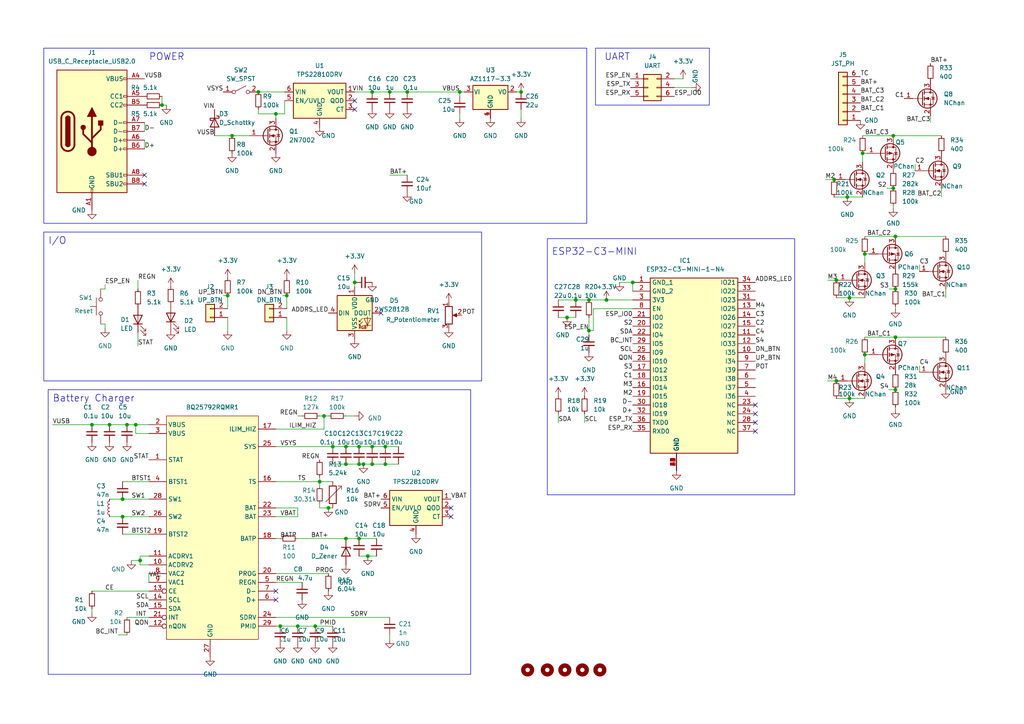
<source format=kicad_sch>
(kicad_sch (version 20230121) (generator eeschema)
  (paper "A4")
  (junction (at 46.99 30.48))
  (junction (at 86.36 181.61))
  (junction (at 83.185 85.725))
  (junction (at 259.715 113.03))
  (junction (at 246.38 86.36))
  (junction (at 31.75 123.19))
  (junction (at 81.28 181.61))
  (junction (at 39.37 123.19))
  (junction (at 40.64 162.56))
  (junction (at 259.715 83.82))
  (junction (at 100.33 129.54))
  (junction (at 183.515 81.915))
  (junction (at 170.815 86.995))
  (junction (at 35.56 149.86))
  (junction (at 250.825 73.66))
  (junction (at 100.33 156.21))
  (junction (at 92.71 139.7))
  (junction (at 95.25 147.32))
  (junction (at 111.76 129.54))
  (junction (at 164.465 92.075))
  (junction (at 111.76 134.62))
  (junction (at 35.56 144.78))
  (junction (at 118.11 26.67))
  (junction (at 105.41 134.62))
  (junction (at 175.895 86.995))
  (junction (at 242.57 81.28))
  (junction (at 242.57 110.49))
  (junction (at 241.935 52.07))
  (junction (at 151.13 26.67))
  (junction (at 106.68 161.29))
  (junction (at 74.93 26.67))
  (junction (at 246.38 115.57))
  (junction (at 91.44 181.61))
  (junction (at 170.815 95.885))
  (junction (at 250.825 102.87))
  (junction (at 102.87 81.915))
  (junction (at 167.005 86.995))
  (junction (at 259.08 39.37))
  (junction (at 66.04 85.725))
  (junction (at 26.67 123.19))
  (junction (at 104.14 156.21))
  (junction (at 36.83 123.19))
  (junction (at 113.03 26.67))
  (junction (at 259.715 68.58))
  (junction (at 245.745 57.15))
  (junction (at 107.95 129.54))
  (junction (at 259.715 97.79))
  (junction (at 250.19 44.45))
  (junction (at 104.14 134.62))
  (junction (at 67.31 39.37))
  (junction (at 133.35 26.67))
  (junction (at 96.52 129.54))
  (junction (at 100.33 134.62))
  (junction (at 80.01 33.02))
  (junction (at 259.08 54.61))
  (junction (at 107.95 26.67))
  (junction (at 93.98 120.65))
  (junction (at 107.95 134.62))
  (junction (at 104.14 129.54))
  (no_connect (at 102.87 29.21))
  (no_connect (at 219.075 122.555))
  (no_connect (at 41.91 53.34))
  (no_connect (at 219.075 120.015))
  (no_connect (at 219.075 125.095))
  (no_connect (at 41.91 50.8))
  (no_connect (at 80.01 171.45))
  (no_connect (at 110.49 90.805))
  (no_connect (at 219.075 117.475))
  (no_connect (at 130.81 147.32))
  (no_connect (at 130.81 149.86))
  (no_connect (at 102.87 31.75))
  (no_connect (at 80.01 173.99))
  (wire (pts (xy 100.33 120.65) (xy 102.87 120.65)))
  (wire (pts (xy 107.95 129.54) (xy 111.76 129.54)))
  (wire (pts (xy 259.715 118.11) (xy 259.715 118.745)))
  (wire (pts (xy 133.35 34.29) (xy 133.35 33.02)))
  (wire (pts (xy 66.04 92.075) (xy 66.04 95.885)))
  (wire (pts (xy 35.56 144.78) (xy 43.18 144.78)))
  (wire (pts (xy 100.33 156.21) (xy 104.14 156.21)))
  (wire (pts (xy 269.875 35.56) (xy 269.875 33.655)))
  (wire (pts (xy 35.56 154.94) (xy 43.18 154.94)))
  (wire (pts (xy 167.005 86.995) (xy 170.815 86.995)))
  (wire (pts (xy 250.825 73.66) (xy 250.825 76.2)))
  (wire (pts (xy 26.67 171.45) (xy 43.18 171.45)))
  (wire (pts (xy 86.36 181.61) (xy 91.44 181.61)))
  (wire (pts (xy 102.87 81.915) (xy 102.87 83.185)))
  (wire (pts (xy 151.13 26.67) (xy 149.86 26.67)))
  (wire (pts (xy 172.085 95.885) (xy 172.085 89.535)))
  (wire (pts (xy 80.01 147.32) (xy 86.36 147.32)))
  (wire (pts (xy 118.11 26.67) (xy 133.35 26.67)))
  (wire (pts (xy 30.48 82.55) (xy 30.48 83.82)))
  (wire (pts (xy 259.715 97.79) (xy 274.32 97.79)))
  (wire (pts (xy 83.185 85.725) (xy 83.185 89.535)))
  (wire (pts (xy 257.81 83.82) (xy 259.715 83.82)))
  (wire (pts (xy 40.005 100.33) (xy 40.005 96.52)))
  (wire (pts (xy 133.35 26.67) (xy 134.62 26.67)))
  (wire (pts (xy 161.925 92.075) (xy 164.465 92.075)))
  (wire (pts (xy 81.28 181.61) (xy 86.36 181.61)))
  (wire (pts (xy 80.01 179.07) (xy 113.03 179.07)))
  (wire (pts (xy 66.04 85.725) (xy 66.04 89.535)))
  (wire (pts (xy 161.925 86.995) (xy 167.005 86.995)))
  (wire (pts (xy 113.03 50.8) (xy 118.11 50.8)))
  (wire (pts (xy 250.825 73.66) (xy 252.095 73.66)))
  (wire (pts (xy 35.56 139.7) (xy 43.18 139.7)))
  (wire (pts (xy 86.36 147.32) (xy 86.36 149.86)))
  (wire (pts (xy 242.57 86.36) (xy 246.38 86.36)))
  (wire (pts (xy 93.98 124.46) (xy 93.98 120.65)))
  (wire (pts (xy 62.23 39.37) (xy 67.31 39.37)))
  (wire (pts (xy 92.71 146.05) (xy 92.71 147.32)))
  (wire (pts (xy 46.99 27.94) (xy 46.99 30.48)))
  (wire (pts (xy 266.7 106.045) (xy 266.7 107.95)))
  (wire (pts (xy 43.18 163.83) (xy 40.64 163.83)))
  (wire (pts (xy 241.935 52.07) (xy 242.57 52.07)))
  (wire (pts (xy 257.81 113.03) (xy 259.715 113.03)))
  (wire (pts (xy 133.35 27.94) (xy 133.35 26.67)))
  (wire (pts (xy 183.515 86.995) (xy 175.895 86.995)))
  (wire (pts (xy 40.64 162.56) (xy 40.64 161.29)))
  (wire (pts (xy 250.825 102.87) (xy 250.825 105.41)))
  (wire (pts (xy 39.37 125.73) (xy 39.37 123.19)))
  (wire (pts (xy 273.05 57.15) (xy 273.05 54.61)))
  (wire (pts (xy 183.515 81.915) (xy 183.515 84.455)))
  (wire (pts (xy 250.19 39.37) (xy 259.08 39.37)))
  (wire (pts (xy 74.93 31.75) (xy 74.93 33.02)))
  (wire (pts (xy 30.48 93.98) (xy 30.48 95.25)))
  (wire (pts (xy 80.01 139.7) (xy 92.71 139.7)))
  (wire (pts (xy 257.175 54.61) (xy 259.08 54.61)))
  (wire (pts (xy 179.705 81.915) (xy 183.515 81.915)))
  (wire (pts (xy 35.56 149.86) (xy 31.75 149.86)))
  (wire (pts (xy 80.01 181.61) (xy 81.28 181.61)))
  (wire (pts (xy 239.395 52.07) (xy 241.935 52.07)))
  (wire (pts (xy 240.03 110.49) (xy 242.57 110.49)))
  (wire (pts (xy 246.38 86.36) (xy 250.825 86.36)))
  (wire (pts (xy 100.33 129.54) (xy 104.14 129.54)))
  (wire (pts (xy 34.29 184.15) (xy 36.83 184.15)))
  (wire (pts (xy 81.915 85.725) (xy 83.185 85.725)))
  (wire (pts (xy 41.91 40.64) (xy 41.91 43.18)))
  (wire (pts (xy 240.03 81.28) (xy 242.57 81.28)))
  (wire (pts (xy 43.18 166.37) (xy 43.18 168.91)))
  (wire (pts (xy 96.52 129.54) (xy 100.33 129.54)))
  (wire (pts (xy 195.58 22.86) (xy 198.12 22.86)))
  (wire (pts (xy 48.26 30.48) (xy 46.99 30.48)))
  (wire (pts (xy 92.71 139.7) (xy 96.52 139.7)))
  (wire (pts (xy 250.19 44.45) (xy 250.19 46.99)))
  (wire (pts (xy 250.825 68.58) (xy 259.715 68.58)))
  (wire (pts (xy 15.24 123.19) (xy 26.67 123.19)))
  (wire (pts (xy 38.1 162.56) (xy 40.64 162.56)))
  (wire (pts (xy 169.545 122.555) (xy 169.545 120.015)))
  (wire (pts (xy 80.01 168.91) (xy 87.63 168.91)))
  (wire (pts (xy 259.715 68.58) (xy 274.32 68.58)))
  (wire (pts (xy 43.18 125.73) (xy 39.37 125.73)))
  (wire (pts (xy 80.01 149.86) (xy 86.36 149.86)))
  (wire (pts (xy 29.21 83.82) (xy 30.48 83.82)))
  (wire (pts (xy 259.715 88.9) (xy 259.715 89.535)))
  (wire (pts (xy 92.71 139.7) (xy 92.71 140.97)))
  (wire (pts (xy 80.01 33.02) (xy 80.01 34.29)))
  (wire (pts (xy 36.83 123.19) (xy 39.37 123.19)))
  (wire (pts (xy 26.67 123.19) (xy 31.75 123.19)))
  (wire (pts (xy 266.7 76.835) (xy 266.7 78.74)))
  (wire (pts (xy 265.43 47.625) (xy 265.43 49.53)))
  (wire (pts (xy 26.67 177.8) (xy 26.67 176.53)))
  (wire (pts (xy 31.75 144.78) (xy 35.56 144.78)))
  (wire (pts (xy 92.71 120.65) (xy 93.98 120.65)))
  (wire (pts (xy 36.83 179.07) (xy 43.18 179.07)))
  (wire (pts (xy 102.87 26.67) (xy 107.95 26.67)))
  (wire (pts (xy 107.95 134.62) (xy 111.76 134.62)))
  (wire (pts (xy 104.14 156.21) (xy 109.22 156.21)))
  (wire (pts (xy 170.815 95.885) (xy 172.085 95.885)))
  (wire (pts (xy 67.31 39.37) (xy 72.39 39.37)))
  (wire (pts (xy 64.77 85.725) (xy 66.04 85.725)))
  (wire (pts (xy 259.08 39.37) (xy 273.05 39.37)))
  (wire (pts (xy 83.185 92.075) (xy 83.185 95.885)))
  (wire (pts (xy 92.71 138.43) (xy 92.71 139.7)))
  (wire (pts (xy 113.03 185.42) (xy 113.03 184.15)))
  (wire (pts (xy 242.57 115.57) (xy 246.38 115.57)))
  (wire (pts (xy 80.01 129.54) (xy 96.52 129.54)))
  (wire (pts (xy 175.895 86.995) (xy 170.815 86.995)))
  (wire (pts (xy 106.68 161.29) (xy 109.22 161.29)))
  (wire (pts (xy 242.57 81.28) (xy 243.205 81.28)))
  (wire (pts (xy 104.14 129.54) (xy 107.95 129.54)))
  (wire (pts (xy 172.085 89.535) (xy 183.515 89.535)))
  (wire (pts (xy 40.64 162.56) (xy 40.64 163.83)))
  (wire (pts (xy 39.37 123.19) (xy 43.18 123.19)))
  (wire (pts (xy 86.36 156.21) (xy 100.33 156.21)))
  (wire (pts (xy 82.55 29.21) (xy 82.55 33.02)))
  (wire (pts (xy 111.76 129.54) (xy 115.57 129.54)))
  (wire (pts (xy 164.465 92.075) (xy 167.005 92.075)))
  (wire (pts (xy 41.91 35.56) (xy 41.91 38.1)))
  (wire (pts (xy 245.745 57.15) (xy 250.19 57.15)))
  (wire (pts (xy 170.815 92.075) (xy 170.815 95.885)))
  (wire (pts (xy 100.33 134.62) (xy 104.14 134.62)))
  (wire (pts (xy 74.93 26.67) (xy 82.55 26.67)))
  (wire (pts (xy 95.25 147.32) (xy 96.52 147.32)))
  (wire (pts (xy 195.58 25.4) (xy 200.66 25.4)))
  (wire (pts (xy 105.41 134.62) (xy 107.95 134.62)))
  (wire (pts (xy 113.03 26.67) (xy 118.11 26.67)))
  (wire (pts (xy 91.44 181.61) (xy 96.52 181.61)))
  (wire (pts (xy 31.75 123.19) (xy 36.83 123.19)))
  (wire (pts (xy 40.005 83.82) (xy 40.005 81.28)))
  (wire (pts (xy 35.56 149.86) (xy 43.18 149.86)))
  (wire (pts (xy 170.815 95.885) (xy 170.815 97.155)))
  (wire (pts (xy 241.935 57.15) (xy 245.745 57.15)))
  (wire (pts (xy 93.98 120.65) (xy 95.25 120.65)))
  (wire (pts (xy 96.52 134.62) (xy 100.33 134.62)))
  (wire (pts (xy 250.825 102.87) (xy 252.095 102.87)))
  (wire (pts (xy 242.57 110.49) (xy 243.205 110.49)))
  (wire (pts (xy 250.19 44.45) (xy 251.46 44.45)))
  (wire (pts (xy 29.21 93.98) (xy 30.48 93.98)))
  (wire (pts (xy 80.01 166.37) (xy 95.25 166.37)))
  (wire (pts (xy 92.71 147.32) (xy 95.25 147.32)))
  (wire (pts (xy 151.13 34.29) (xy 151.13 31.75)))
  (wire (pts (xy 246.38 115.57) (xy 250.825 115.57)))
  (wire (pts (xy 111.76 134.62) (xy 115.57 134.62)))
  (wire (pts (xy 82.55 33.02) (xy 80.01 33.02)))
  (wire (pts (xy 104.14 161.29) (xy 106.68 161.29)))
  (wire (pts (xy 81.28 156.21) (xy 80.01 156.21)))
  (wire (pts (xy 80.01 124.46) (xy 93.98 124.46)))
  (wire (pts (xy 274.32 86.36) (xy 274.32 83.82)))
  (wire (pts (xy 74.93 33.02) (xy 80.01 33.02)))
  (wire (pts (xy 107.95 26.67) (xy 113.03 26.67)))
  (wire (pts (xy 259.08 59.69) (xy 259.08 60.325)))
  (wire (pts (xy 102.87 79.375) (xy 102.87 81.915)))
  (wire (pts (xy 104.14 134.62) (xy 105.41 134.62)))
  (wire (pts (xy 40.64 161.29) (xy 43.18 161.29)))
  (wire (pts (xy 250.825 97.79) (xy 259.715 97.79)))
  (wire (pts (xy 86.36 120.65) (xy 87.63 120.65)))
  (wire (pts (xy 161.925 122.555) (xy 161.925 120.015)))
  (rectangle (start 12.7 67.31) (end 139.7 110.49))
  (rectangle (start 12.7 13.97) (end 170.18 64.77))
  (rectangle (start 158.75 69.215) (end 230.505 143.51))
  (rectangle (start 172.72 13.97) (end 205.74 30.48))
  (rectangle (start 13.97 113.03) (end 136.525 195.58))
  (text "Battery Charger\n" (at 15.24 116.84 0) (effects (font (size 2 2)) (justify left bottom)))
  (text "ESP32-C3-MINI\n" (at 160.02 74.295 0) (effects (font (size 2 2)) (justify left bottom)))
  (text "UART\n" (at 175.26 17.78 0) (effects (font (size 2 2)) (justify left bottom)))
  (text "I/O\n" (at 13.97 71.12 0) (effects (font (size 2 2)) (justify left bottom)))
  (text "POWER\n" (at 43.18 17.78 0) (effects (font (size 2 2)) (justify left bottom)))
  (label "ADDRS_LED" (at 95.25 90.805 180))
  (label "S2" (at 257.175 54.61 180))
  (label "ESP_EN" (at 170.815 95.885 180))
  (label "ESP_EN" (at 30.48 82.55 0))
  (label "PMID" (at 92.71 181.61 0))
  (label "BC_INT" (at 34.29 184.15 180))
  (label "S2" (at 183.515 94.615 180))
  (label "ESP_RX" (at 182.88 27.94 180))
  (label "ESP_IO0" (at 183.515 92.075 180))
  (label "SDA" (at 161.925 122.555 0))
  (label "ESP_IO0" (at 195.58 27.94 0))
  (label "BAT+" (at 113.03 50.8 0))
  (label "ESP_EN" (at 182.88 22.86 180))
  (label "D-" (at 41.91 38.1 0))
  (label "BAT_C3" (at 269.875 35.56 180))
  (label "TC" (at 249.555 22.225 0))
  (label "TS" (at 86.36 139.7 0))
  (label "QON" (at 183.515 104.775 180))
  (label "C1" (at 183.515 109.855 180))
  (label "QON" (at 43.18 181.61 180))
  (label "BAT_C2" (at 249.555 29.845 0))
  (label "VBAT" (at 130.81 144.78 0))
  (label "BAT_C1" (at 258.445 97.79 180))
  (label "UP_BTN" (at 219.075 104.775 0))
  (label "SDRV" (at 110.49 147.32 180))
  (label "SCL" (at 169.545 122.555 0))
  (label "BAT_C1" (at 249.555 32.385 0))
  (label "M4" (at 240.03 110.49 0))
  (label "S3" (at 183.515 107.315 180))
  (label "INT" (at 39.37 179.07 0))
  (label "SDA" (at 43.18 176.53 180))
  (label "STAT" (at 43.18 133.35 180))
  (label "D+" (at 183.515 120.015 180))
  (label "VIN" (at 105.41 26.67 180))
  (label "C4" (at 266.7 106.045 0))
  (label "SDA" (at 183.515 97.155 180))
  (label "STAT" (at 40.005 100.33 0))
  (label "ESP_RX" (at 183.515 125.095 180))
  (label "BAT_C3" (at 257.81 39.37 180))
  (label "BAT_C1" (at 274.32 86.36 180))
  (label "D-" (at 183.515 117.475 180))
  (label "M2" (at 239.395 52.07 0))
  (label "M3" (at 183.515 112.395 180))
  (label "VSYS" (at 81.28 129.54 0))
  (label "SDRV" (at 101.6 179.07 0))
  (label "BAT_C2" (at 273.05 57.15 180))
  (label "POT" (at 219.075 107.315 0))
  (label "VBAT" (at 81.28 149.86 0))
  (label "DN_BTN" (at 219.075 102.235 0))
  (label "VUSB" (at 41.91 22.86 0))
  (label "VIN" (at 62.23 31.75 180))
  (label "BATP" (at 81.28 156.21 0))
  (label "BAT+" (at 90.17 156.21 0))
  (label "M4" (at 219.075 89.535 0))
  (label "M2" (at 183.515 114.935 180))
  (label "SCL" (at 43.18 173.99 180))
  (label "SW1" (at 38.1 144.78 0))
  (label "REGN" (at 80.01 168.91 0))
  (label "DN_BTN" (at 81.915 85.725 180))
  (label "C1" (at 262.255 28.575 180))
  (label "UP_BTN" (at 64.77 85.725 180))
  (label "S3" (at 257.81 83.82 180))
  (label "SCL" (at 183.515 102.235 180))
  (label "C3" (at 266.7 76.835 0))
  (label "VSYS" (at 64.77 26.67 180))
  (label "D+" (at 41.91 43.18 0))
  (label "BAT_C2" (at 258.445 68.58 180))
  (label "BAT+" (at 110.49 144.78 180))
  (label "C3" (at 219.075 92.075 0))
  (label "PROG" (at 91.44 166.37 0))
  (label "BAT+" (at 269.875 18.415 0))
  (label "M3" (at 240.03 81.28 0))
  (label "REGN" (at 40.005 81.28 0))
  (label "CE" (at 30.48 171.45 0))
  (label "C2" (at 219.075 94.615 0))
  (label "ESP_TX" (at 183.515 122.555 180))
  (label "BTST1" (at 38.1 139.7 0))
  (label "C2" (at 265.43 47.625 0))
  (label "S4" (at 257.81 113.03 180))
  (label "REGN" (at 86.36 120.65 180))
  (label "VBUS" (at 128.27 26.67 0))
  (label "BAT_C3" (at 249.555 27.305 0))
  (label "SW2" (at 38.1 149.86 0))
  (label "VUSB" (at 62.23 39.37 180))
  (label "VAC" (at 43.18 167.64 0))
  (label "VUSB" (at 15.24 123.19 0))
  (label "ESP_TX" (at 182.88 25.4 180))
  (label "BTST2" (at 38.1 154.94 0))
  (label "S4" (at 219.075 99.695 0))
  (label "BC_INT" (at 183.515 99.695 180))
  (label "ILIM_HIZ" (at 83.82 124.46 0))
  (label "ADDRS_LED" (at 219.075 81.915 0))
  (label "C4" (at 219.075 97.155 0))
  (label "REGN" (at 92.71 133.35 180))
  (label "BAT+" (at 249.555 24.765 0))
  (label "POT" (at 133.985 91.44 0))
  (symbol (lib_id "power:GND") (at 106.68 161.29 0) (unit 1)
    (property "Reference" "#PWR031" (effects hide))
    (property "Value" "GND" (at 106.68 166.37 0))
  )
  (symbol (lib_name "GND_17") (lib_id "power:GND") (at 151.13 34.29 0) (unit 1)
    (property "Reference" "#PWR044" (effects hide))
    (property "Value" "GND" (at 151.13 39.37 0))
  )
  (symbol (lib_id "Device:R_Small") (at 83.82 156.21 90) (unit 1)
    (property "Reference" "R11" (at 83.82 158.75 90))
    (property "Value" "100" (at 83.82 161.29 90))
    (property "Footprint" "Resistor_SMD:R_0402_1005Metric" (effects hide))
  )
  (symbol (lib_id "Connector_Generic:Conn_01x02") (at 78.105 92.075 180) (unit 1)
    (property "Reference" "J3" (at 78.105 83.185 0))
    (property "Value" "DN_BTN" (at 78.105 86.995 0))
    (property "Footprint" "Connector_JST:JST_PH_B2B-PH-K_1x02_P2.00mm_Vertical" (effects hide))
  )
  (symbol (lib_name "GND_18") (lib_id "power:GND") (at 142.24 34.29 0) (unit 1)
    (property "Reference" "#PWR042" (effects hide))
    (property "Value" "GND" (at 142.24 39.37 0))
  )
  (symbol (lib_id "Device:C_Small") (at 133.35 30.48 0) (unit 1)
    (property "Reference" "C25" (at 127 29.21 0) (effects (justify left)))
    (property "Value" "10u" (at 128.27 31.75 0) (effects (justify left)))
    (property "Footprint" "Capacitor_SMD:C_0402_1005Metric" (effects hide))
  )
  (symbol (lib_id "Device:R_Variable") (at 96.52 143.51 0) (unit 1)
    (property "Reference" "R16" (at 100.33 142.24 0) (effects (justify left)))
    (property "Value" "10k" (at 100.33 144.78 0) (effects (justify left)))
    (property "Footprint" "Resistor_SMD:R_0402_1005Metric" (effects hide))
  )
  (symbol (lib_id "Transistor_FET:DMG3418L") (at 247.65 52.07 0) (unit 1)
    (property "Reference" "Q2" (at 254 50.8 0) (effects (justify left)))
    (property "Value" "NChan" (at 250.19 55.88 0) (effects (justify left)))
    (property "Footprint" "Package_TO_SOT_SMD:SOT-23" (effects hide))
    (property "Datasheet" "http://www.diodes.com/assets/Datasheets/DMG3418L.pdf" (effects hide))
  )
  (symbol (lib_id "power:GND") (at 26.67 128.27 0) (unit 1)
    (property "Reference" "#PWR02" (effects hide))
    (property "Value" "GND" (at 26.67 133.35 0))
  )
  (symbol (lib_id "Power_Management:TPS22810DRV") (at 92.71 29.21 0) (unit 1)
    (property "Reference" "U1" (at 92.71 19.05 0))
    (property "Value" "TPS22810DRV" (at 92.71 21.59 0))
    (property "Footprint" "Package_SON:WSON-6-1EP_2x2mm_P0.65mm_EP1x1.6mm" (effects hide))
    (property "Datasheet" "http://www.ti.com/lit/ds/symlink/tps22810.pdf" (effects hide))
  )
  (symbol (lib_id "power:GND") (at 95.25 147.32 0) (unit 1)
    (property "Reference" "#PWR023" (effects hide))
    (property "Value" "GND" (at 99.06 148.59 0))
  )
  (symbol (lib_id "power:GND") (at 49.53 95.885 0) (unit 1)
    (property "Reference" "#PWR010" (effects hide))
    (property "Value" "GND" (at 49.53 100.965 0))
  )
  (symbol (lib_id "power:GND") (at 105.41 134.62 0) (unit 1)
    (property "Reference" "#PWR030" (effects hide))
    (property "Value" "GND" (at 105.41 139.7 0))
  )
  (symbol (lib_id "Device:LED") (at 40.005 92.71 90) (unit 1)
    (property "Reference" "D1" (at 34.925 92.71 90) (effects (justify right)))
    (property "Value" "LED" (at 34.925 95.25 90) (effects (justify right)))
    (property "Footprint" "LED_SMD:LED_0603_1608Metric" (effects hide))
  )
  (symbol (lib_id "Transistor_FET:BSS83P") (at 256.54 44.45 0) (unit 1)
    (property "Reference" "Q5" (at 259.715 41.275 0) (effects (justify left)))
    (property "Value" "PChan" (at 259.08 48.26 0) (effects (justify left)))
    (property "Footprint" "Package_TO_SOT_SMD:SOT-23" (effects hide))
    (property "Datasheet" "http://www.farnell.com/datasheets/1835997.pdf" (effects hide))
  )
  (symbol (lib_id "power:GND") (at 96.52 186.69 0) (unit 1)
    (property "Reference" "#PWR025" (effects hide))
    (property "Value" "GND" (at 96.52 191.77 0))
  )
  (symbol (lib_id "Transistor_FET:DMG3418L") (at 267.335 28.575 0) (unit 1)
    (property "Reference" "Q8" (at 273.685 27.305 0) (effects (justify left)))
    (property "Value" "NChan" (at 273.685 29.845 0) (effects (justify left)))
    (property "Footprint" "Package_TO_SOT_SMD:SOT-23" (effects hide))
    (property "Datasheet" "http://www.diodes.com/assets/Datasheets/DMG3418L.pdf" (effects hide))
  )
  (symbol (lib_name "GND_19") (lib_id "power:GND") (at 100.33 163.83 0) (unit 1)
    (property "Reference" "#PWR026" (effects hide))
    (property "Value" "GND" (at 100.33 168.91 0))
  )
  (symbol (lib_id "power:+3.3V") (at 198.12 22.86 0) (unit 1)
    (property "Reference" "#PWR052" (effects hide))
    (property "Value" "+3.3V" (at 198.12 17.78 0))
  )
  (symbol (lib_id "Device:R_Small") (at 97.79 120.65 90) (unit 1)
    (property "Reference" "R17" (at 97.79 115.57 90))
    (property "Value" "100k" (at 97.79 118.11 90))
    (property "Footprint" "Resistor_SMD:R_0402_1005Metric" (effects hide))
  )
  (symbol (lib_id "power:GND") (at 36.83 128.27 0) (unit 1)
    (property "Reference" "#PWR06" (effects hide))
    (property "Value" "GND" (at 36.83 133.35 0))
  )
  (symbol (lib_id "Device:C_Small") (at 118.11 29.21 0) (unit 1)
    (property "Reference" "C23" (at 116.84 22.86 0) (effects (justify left)))
    (property "Value" "0.1u" (at 116.84 25.4 0) (effects (justify left)))
    (property "Footprint" "Capacitor_SMD:C_0402_1005Metric" (effects hide))
  )
  (symbol (lib_id "power:GND") (at 31.75 128.27 0) (unit 1)
    (property "Reference" "#PWR05" (effects hide))
    (property "Value" "GND" (at 31.75 133.35 0))
  )
  (symbol (lib_id "Device:R_Small") (at 90.17 120.65 270) (unit 1)
    (property "Reference" "R12" (at 90.17 115.57 90))
    (property "Value" "127k" (at 90.17 118.11 90))
    (property "Footprint" "Resistor_SMD:R_0402_1005Metric" (effects hide))
  )
  (symbol (lib_id "power:GND") (at 164.465 92.075 0) (unit 1)
    (property "Reference" "#PWR046" (effects hide))
    (property "Value" "GND" (at 163.195 97.155 0))
  )
  (symbol (lib_id "Device:R_Small") (at 26.67 173.99 180) (unit 1)
    (property "Reference" "R1" (at 21.59 173.99 0) (effects (justify right)))
    (property "Value" "10k" (at 21.59 176.53 0) (effects (justify right)))
    (property "Footprint" "Resistor_SMD:R_0402_1005Metric" (effects hide))
  )
  (symbol (lib_id "Device:R_Small") (at 161.925 117.475 0) (unit 1)
    (property "Reference" "R18" (at 164.465 116.205 0) (effects (justify left)))
    (property "Value" "10k" (at 164.465 118.745 0) (effects (justify left)))
    (property "Footprint" "Capacitor_SMD:C_0402_1005Metric" (effects hide))
  )
  (symbol (lib_id "Device:R_Small") (at 92.71 143.51 0) (unit 1)
    (property "Reference" "R14" (at 87.63 142.24 0) (effects (justify left)))
    (property "Value" "30.31k" (at 85.09 144.78 0) (effects (justify left)))
    (property "Footprint" "Resistor_SMD:R_0402_1005Metric" (effects hide))
  )
  (symbol (lib_id "Device:C_Small") (at 104.14 158.75 0) (unit 1)
    (property "Reference" "C14" (at 102.87 152.4 0) (effects (justify left)))
    (property "Value" "10u" (at 102.87 154.94 0) (effects (justify left)))
    (property "Footprint" "Capacitor_SMD:C_0603_1608Metric" (effects hide))
  )
  (symbol (lib_id "Device:R_Small") (at 40.005 86.36 0) (unit 1)
    (property "Reference" "R3" (at 42.545 85.09 0) (effects (justify left)))
    (property "Value" "5.1k" (at 42.545 87.63 0) (effects (justify left)))
    (property "Footprint" "Capacitor_SMD:C_0402_1005Metric" (effects hide))
  )
  (symbol (lib_id "Device:C_Small") (at 91.44 184.15 0) (unit 1)
    (property "Reference" "C9" (at 91.44 182.88 0) (effects (justify left)))
    (property "Value" "10u" (at 91.44 185.42 0) (effects (justify left)))
    (property "Footprint" "Capacitor_SMD:C_0603_1608Metric" (effects hide))
  )
  (symbol (lib_id "LiPo_Charger_BQ25792RQMR:BQ25792RQMR") (at 60.96 120.65 0) (unit 1)
    (property "Reference" "BQ25792RQMR1" (at 61.595 118.11 0))
    (property "Value" "~" (at 67.31 118.11 0))
    (property "Footprint" "Lipo_Charger:BQ25792" (effects hide))
  )
  (symbol (lib_id "Device:C_Small") (at 26.67 125.73 0) (unit 1)
    (property "Reference" "C1" (at 24.13 118.11 0) (effects (justify left)))
    (property "Value" "0.1u" (at 24.13 120.65 0) (effects (justify left)))
    (property "Footprint" "Capacitor_SMD:C_0402_1005Metric" (effects hide))
  )
  (symbol (lib_id "power:GND") (at 86.36 186.69 0) (unit 1)
    (property "Reference" "#PWR019" (effects hide))
    (property "Value" "GND" (at 86.36 191.77 0))
  )
  (symbol (lib_id "Device:C_Small") (at 35.56 142.24 0) (unit 1)
    (property "Reference" "C3" (at 27.94 140.97 0) (effects (justify left)))
    (property "Value" "47n" (at 27.94 143.51 0) (effects (justify left)))
    (property "Footprint" "Capacitor_SMD:C_0402_1005Metric" (effects hide))
  )
  (symbol (lib_id "Device:R_Small") (at 92.71 135.89 0) (unit 1)
    (property "Reference" "R13" (at 95.25 134.62 0) (effects (justify left)))
    (property "Value" "5.24k" (at 95.25 137.16 0) (effects (justify left)))
    (property "Footprint" "Resistor_SMD:R_0402_1005Metric" (effects hide))
  )
  (symbol (lib_id "power:GND") (at 26.67 177.8 0) (unit 1)
    (property "Reference" "#PWR03" (effects hide))
    (property "Value" "GND" (at 22.86 180.34 0))
  )
  (symbol (lib_id "Transistor_FET:DMG3418L") (at 248.285 110.49 0) (unit 1)
    (property "Reference" "Q4" (at 254 109.22 0) (effects (justify left)))
    (property "Value" "NChan" (at 250.825 114.3 0) (effects (justify left)))
    (property "Footprint" "Package_TO_SOT_SMD:SOT-23" (effects hide))
    (property "Datasheet" "http://www.diodes.com/assets/Datasheets/DMG3418L.pdf" (effects hide))
  )
  (symbol (lib_id "Transistor_FET:BSS83P") (at 257.175 73.66 0) (unit 1)
    (property "Reference" "Q6" (at 262.255 73.66 0) (effects (justify left)))
    (property "Value" "PChan" (at 260.35 77.47 0) (effects (justify left)))
    (property "Footprint" "Package_TO_SOT_SMD:SOT-23" (effects hide))
    (property "Datasheet" "http://www.farnell.com/datasheets/1835997.pdf" (effects hide))
  )
  (symbol (lib_id "Device:C_Small") (at 31.75 125.73 0) (unit 1)
    (property "Reference" "C2" (at 29.21 118.11 0) (effects (justify left)))
    (property "Value" "10u" (at 29.21 120.65 0) (effects (justify left)))
    (property "Footprint" "Capacitor_SMD:C_0603_1608Metric" (effects hide))
  )
  (symbol (lib_name "GND_5") (lib_id "power:GND") (at 67.31 44.45 0) (unit 1)
    (property "Reference" "#PWR014" (effects hide))
    (property "Value" "GND" (at 67.31 49.53 0))
  )
  (symbol (lib_id "Device:C_Small") (at 118.11 53.34 0) (unit 1)
    (property "Reference" "C24" (at 120.65 52.0763 0) (effects (justify left)))
    (property "Value" "10uf" (at 120.65 54.6163 0) (effects (justify left)))
    (property "Footprint" "Capacitor_SMD:C_0402_1005Metric" (effects hide))
  )
  (symbol (lib_id "ESP32-C3-MINI-1-N4:ESP32-C3-MINI-1-N4") (at 201.295 98.425 0) (unit 1)
    (property "Reference" "IC1" (at 198.755 75.565 0))
    (property "Value" "ESP32-C3-MINI-1-N4" (at 198.755 78.105 0))
    (property "Footprint" "ESP32MINI1N4:ESP32MINI1N4" (effects hide))
    (property "Datasheet" "https://www.mouser.com/datasheet/2/891/Espressif_ESP32_C3_MINI_1_Datasheet-2006822.pdf" (effects hide))
    (property "Height" "2.55" (effects hide))
    (property "Manufacturer_Name" "Espressif Systems" (effects hide))
    (property "Manufacturer_Part_Number" "ESP32-C3-MINI-1-N4" (effects hide))
    (property "Mouser Part Number" "356-ESP32-C3-MINI1N4" (effects hide))
    (property "Mouser Price/Stock" "https://www.mouser.co.uk/ProductDetail/Espressif-Systems/ESP32-C3-MINI-1-N4?qs=stqOd1AaK7%252B%2FpH3qqyGehA%3D%3D" (effects hide))
  )
  (symbol (lib_id "Mechanical:MountingHole") (at 173.99 194.31 0) (unit 1)
    (property "Reference" "H5" (effects hide))
    (property "Value" "MountingHole" (effects hide))
    (property "Footprint" "MountingHole:MountingHole_2.2mm_M2" (effects hide))
  )
  (symbol (lib_id "Device:R_Small") (at 269.875 20.955 0) (unit 1)
    (property "Reference" "R33" (at 272.415 19.685 0) (effects (justify left)))
    (property "Value" "400" (at 272.415 22.225 0) (effects (justify left)))
    (property "Footprint" "Resistor_SMD:R_2010_5025Metric" (effects hide))
  )
  (symbol (lib_id "power:GND") (at 245.745 57.15 0) (unit 1)
    (property "Reference" "#PWR054" (effects hide))
    (property "Value" "GND" (at 245.745 62.23 0))
  )
  (symbol (lib_name "+3.3V_3") (lib_id "power:+3.3V") (at 83.185 80.645 0) (unit 1)
    (property "Reference" "#PWR017" (effects hide))
    (property "Value" "+3.3V" (at 83.185 75.565 0))
  )
  (symbol (lib_id "Device:R_Potentiometer") (at 130.175 91.44 0) (unit 1)
    (property "Reference" "RV1" (at 127.635 90.17 0) (effects (justify right)))
    (property "Value" "R_Potentiometer" (at 127.635 92.71 0) (effects (justify right)))
    (property "Footprint" "Potentiometer_THT:Potentiometer_Alps_RK09L_Single_Vertical" (effects hide))
  )
  (symbol (lib_id "power:GND") (at 196.215 136.525 0) (unit 1)
    (property "Reference" "#PWR051" (effects hide))
    (property "Value" "GND" (at 196.215 141.605 0))
  )
  (symbol (lib_id "Power_Management:TPS22810DRV") (at 120.65 147.32 0) (unit 1)
    (property "Reference" "U2" (at 120.65 137.16 0))
    (property "Value" "TPS22810DRV" (at 120.65 139.7 0))
    (property "Footprint" "Package_SON:WSON-6-1EP_2x2mm_P0.65mm_EP1x1.6mm" (effects hide))
    (property "Datasheet" "http://www.ti.com/lit/ds/symlink/tps22810.pdf" (effects hide))
  )
  (symbol (lib_id "power:GND") (at 259.08 60.325 0) (unit 1)
    (property "Reference" "#PWR058" (effects hide))
    (property "Value" "GND" (at 259.08 64.77 0))
  )
  (symbol (lib_id "power:GND") (at 91.44 186.69 0) (unit 1)
    (property "Reference" "#PWR021" (effects hide))
    (property "Value" "GND" (at 91.44 191.77 0))
  )
  (symbol (lib_id "Device:C_Small") (at 36.83 125.73 0) (unit 1)
    (property "Reference" "C5" (at 34.29 118.11 0) (effects (justify left)))
    (property "Value" "10u" (at 34.29 120.65 0) (effects (justify left)))
    (property "Footprint" "Capacitor_SMD:C_0603_1608Metric" (effects hide))
  )
  (symbol (lib_id "power:GND") (at 60.96 190.5 0) (unit 1)
    (property "Reference" "#PWR011" (effects hide))
    (property "Value" "GND" (at 60.96 195.58 0))
  )
  (symbol (lib_id "Switch:SW_Push") (at 29.21 88.9 90) (unit 1)
    (property "Reference" "SW1" (at 22.86 86.36 90) (effects (justify right)))
    (property "Value" "Reset" (at 21.59 90.17 90) (effects (justify right)))
    (property "Footprint" "Switch:Tactile_5.5mmx2.85mm" (effects hide))
  )
  (symbol (lib_id "Device:L_Small") (at 31.75 147.32 180) (unit 1)
    (property "Reference" "L1" (at 27.94 146.05 0) (effects (justify right)))
    (property "Value" "1u" (at 27.94 148.59 0) (effects (justify right)))
    (property "Footprint" "Inductor_SMD:L_Sunlord_MWSA0402S" (effects hide))
  )
  (symbol (lib_id "Device:R_Small") (at 250.19 41.91 0) (unit 1)
    (property "Reference" "R24" (at 244.475 40.64 0) (effects (justify left)))
    (property "Value" "100k" (at 240.03 43.18 0) (effects (justify left)))
    (property "Footprint" "Resistor_SMD:R_0402_1005Metric" (effects hide))
  )
  (symbol (lib_id "Device:R_Small") (at 66.04 83.185 180) (unit 1)
    (property "Reference" "R7" (at 68.58 81.915 0) (effects (justify right)))
    (property "Value" "100k" (at 68.58 84.455 0) (effects (justify right)))
    (property "Footprint" "Capacitor_SMD:C_0402_1005Metric" (effects hide))
  )
  (symbol (lib_id "Device:R_Small") (at 273.05 41.91 0) (unit 1)
    (property "Reference" "R34" (at 275.59 40.64 0) (effects (justify left)))
    (property "Value" "400" (at 275.59 43.18 0) (effects (justify left)))
    (property "Footprint" "Resistor_SMD:R_2010_5025Metric" (effects hide))
  )
  (symbol (lib_id "Device:C_Small") (at 100.33 132.08 0) (unit 1)
    (property "Reference" "C12" (at 97.79 125.73 0) (effects (justify left)))
    (property "Value" "10u" (at 97.79 128.27 0) (effects (justify left)))
    (property "Footprint" "Capacitor_SMD:C_0603_1608Metric" (effects hide))
  )
  (symbol (lib_id "Device:C_Small") (at 96.52 132.08 0) (unit 1)
    (property "Reference" "C10" (at 93.98 125.73 0) (effects (justify left)))
    (property "Value" "0.1u" (at 92.71 128.27 0) (effects (justify left)))
    (property "Footprint" "Capacitor_SMD:C_0402_1005Metric" (effects hide))
  )
  (symbol (lib_id "power:GND") (at 259.715 118.745 0) (unit 1)
    (property "Reference" "#PWR060" (effects hide))
    (property "Value" "GND" (at 259.715 123.19 0))
  )
  (symbol (lib_id "power:GND") (at 249.555 34.925 0) (unit 1)
    (property "Reference" "#PWR057" (effects hide))
    (property "Value" "GND" (at 252.73 34.925 0))
  )
  (symbol (lib_id "Device:R_Small") (at 170.815 89.535 0) (unit 1)
    (property "Reference" "R20" (at 169.545 83.185 0) (effects (justify left)))
    (property "Value" "10k" (at 169.545 85.725 0) (effects (justify left)))
    (property "Footprint" "Resistor_SMD:R_0402_1005Metric" (effects hide))
  )
  (symbol (lib_id "Device:R_Small") (at 259.08 52.07 0) (unit 1)
    (property "Reference" "R27" (at 261.62 50.8 0) (effects (justify left)))
    (property "Value" "282k" (at 261.62 53.34 0) (effects (justify left)))
    (property "Footprint" "Resistor_SMD:R_0402_1005Metric" (effects hide))
  )
  (symbol (lib_id "Device:R_Small") (at 259.715 110.49 0) (unit 1)
    (property "Reference" "R31" (at 262.255 109.22 0) (effects (justify left)))
    (property "Value" "28k" (at 262.255 111.76 0) (effects (justify left)))
    (property "Footprint" "Resistor_SMD:R_0402_1005Metric" (effects hide))
  )
  (symbol (lib_id "power:GND") (at 38.1 162.56 0) (unit 1)
    (property "Reference" "#PWR07" (effects hide))
    (property "Value" "GND" (at 34.29 165.1 0))
  )
  (symbol (lib_id "Connector_Generic:Conn_01x06") (at 244.475 29.845 180) (unit 1)
    (property "Reference" "J5" (at 244.475 15.875 0))
    (property "Value" "JST_PH" (at 244.475 18.415 0))
    (property "Footprint" "Connector_JST:JST_PH_B6B-PH-K_1x06_P2.00mm_Vertical" (effects hide))
  )
  (symbol (lib_name "GND_10") (lib_id "power:GND") (at 107.95 81.915 0) (unit 1)
    (property "Reference" "#PWR033" (effects hide))
    (property "Value" "GND" (at 107.95 86.995 0))
  )
  (symbol (lib_name "GND_4") (lib_id "power:GND") (at 80.01 44.45 0) (unit 1)
    (property "Reference" "#PWR015" (effects hide))
    (property "Value" "GND" (at 80.01 49.53 0))
  )
  (symbol (lib_id "Device:R_Small") (at 250.825 100.33 0) (unit 1)
    (property "Reference" "R26" (at 245.11 99.06 0) (effects (justify left)))
    (property "Value" "100k" (at 240.665 101.6 0) (effects (justify left)))
    (property "Footprint" "Resistor_SMD:R_0402_1005Metric" (effects hide))
  )
  (symbol (lib_id "Device:R_Small") (at 274.32 71.12 0) (unit 1)
    (property "Reference" "R35" (at 276.86 69.85 0) (effects (justify left)))
    (property "Value" "400" (at 276.86 72.39 0) (effects (justify left)))
    (property "Footprint" "Resistor_SMD:R_2010_5025Metric" (effects hide))
  )
  (symbol (lib_id "Device:C_Small") (at 96.52 184.15 0) (unit 1)
    (property "Reference" "C11" (at 96.52 182.88 0) (effects (justify left)))
    (property "Value" "10u" (at 96.52 185.42 0) (effects (justify left)))
    (property "Footprint" "Capacitor_SMD:C_0603_1608Metric" (effects hide))
  )
  (symbol (lib_id "Device:R_Small") (at 242.57 113.03 0) (unit 1)
    (property "Reference" "R23" (at 243.205 112.395 0) (effects (justify left)))
    (property "Value" "100k" (at 243.205 114.3 0) (effects (justify left)))
    (property "Footprint" "Resistor_SMD:R_0402_1005Metric" (effects hide))
  )
  (symbol (lib_id "Device:C_Small") (at 170.815 99.695 0) (unit 1)
    (property "Reference" "C29" (at 167.005 98.425 0) (effects (justify left)))
    (property "Value" "1u" (at 168.275 100.965 0) (effects (justify left)))
    (property "Footprint" "Capacitor_SMD:C_0402_1005Metric" (effects hide))
  )
  (symbol (lib_id "Device:R_Small") (at 274.32 100.33 0) (unit 1)
    (property "Reference" "R36" (at 276.86 99.06 0) (effects (justify left)))
    (property "Value" "400" (at 276.86 101.6 0) (effects (justify left)))
    (property "Footprint" "Resistor_SMD:R_2010_5025Metric" (effects hide))
  )
  (symbol (lib_id "Transistor_FET:DMG3418L") (at 248.285 81.28 0) (unit 1)
    (property "Reference" "Q3" (at 254 80.01 0) (effects (justify left)))
    (property "Value" "NChan" (at 250.825 85.09 0) (effects (justify left)))
    (property "Footprint" "Package_TO_SOT_SMD:SOT-23" (effects hide))
    (property "Datasheet" "http://www.diodes.com/assets/Datasheets/DMG3418L.pdf" (effects hide))
  )
  (symbol (lib_id "Device:R_Small") (at 49.53 85.725 0) (unit 1)
    (property "Reference" "R6" (at 52.07 85.09 0) (effects (justify left)))
    (property "Value" "5.1k" (at 52.07 87.63 0) (effects (justify left)))
    (property "Footprint" "Resistor_SMD:R_0402_1005Metric" (effects hide))
  )
  (symbol (lib_id "Device:R_Small") (at 44.45 30.48 90) (unit 1)
    (property "Reference" "R5" (at 40.64 33.02 90) (effects (justify left)))
    (property "Value" "5.1k" (at 45.72 33.02 90) (effects (justify left)))
    (property "Footprint" "Capacitor_SMD:C_0402_1005Metric" (effects hide))
  )
  (symbol (lib_id "Transistor_FET:2N7002") (at 77.47 39.37 0) (unit 1)
    (property "Reference" "Q1" (at 83.82 38.1 0) (effects (justify left)))
    (property "Value" "2N7002" (at 83.82 40.64 0) (effects (justify left)))
    (property "Footprint" "Package_TO_SOT_SMD:SOT-23" (effects hide))
    (property "Datasheet" "https://www.onsemi.com/pub/Collateral/NDS7002A-D.PDF" (effects hide))
  )
  (symbol (lib_id "Device:C_Small") (at 104.14 132.08 0) (unit 1)
    (property "Reference" "C13" (at 101.6 125.73 0) (effects (justify left)))
    (property "Value" "10u" (at 101.6 128.27 0) (effects (justify left)))
    (property "Footprint" "Capacitor_SMD:C_0603_1608Metric" (effects hide))
  )
  (symbol (lib_name "GND_3") (lib_id "power:GND") (at 48.26 30.48 0) (unit 1)
    (property "Reference" "#PWR08" (effects hide))
    (property "Value" "GND" (at 48.26 35.56 0))
  )
  (symbol (lib_id "power:GND") (at 81.28 186.69 0) (unit 1)
    (property "Reference" "#PWR016" (effects hide))
    (property "Value" "GND" (at 81.28 191.77 0))
  )
  (symbol (lib_id "Device:C_Small") (at 109.22 158.75 0) (unit 1)
    (property "Reference" "C18" (at 107.95 152.4 0) (effects (justify left)))
    (property "Value" "10u" (at 107.95 154.94 0) (effects (justify left)))
    (property "Footprint" "Capacitor_SMD:C_0603_1608Metric" (effects hide))
  )
  (symbol (lib_name "GND_9") (lib_id "power:GND") (at 102.87 98.425 0) (unit 1)
    (property "Reference" "#PWR028" (effects hide))
    (property "Value" "GND" (at 102.87 103.505 0))
  )
  (symbol (lib_id "Connector_Generic:Conn_01x02") (at 60.96 92.075 180) (unit 1)
    (property "Reference" "J2" (at 60.96 83.185 0))
    (property "Value" "UP_BTN" (at 60.96 86.995 0))
    (property "Footprint" "Connector_JST:JST_PH_B2B-PH-K_1x02_P2.00mm_Vertical" (effects hide))
  )
  (symbol (lib_id "Device:C_Small") (at 81.28 184.15 0) (unit 1)
    (property "Reference" "C6" (at 81.28 182.88 0) (effects (justify left)))
    (property "Value" ".1u" (at 81.28 185.42 0) (effects (justify left)))
    (property "Footprint" "Capacitor_SMD:C_0402_1005Metric" (effects hide))
  )
  (symbol (lib_id "Device:R_Small") (at 44.45 27.94 90) (unit 1)
    (property "Reference" "R4" (at 40.64 25.4 90) (effects (justify left)))
    (property "Value" "5.1k" (at 45.72 25.4 90) (effects (justify left)))
    (property "Footprint" "Capacitor_SMD:C_0402_1005Metric" (effects hide))
  )
  (symbol (lib_id "power:GND") (at 83.185 95.885 0) (unit 1)
    (property "Reference" "#PWR018" (effects hide))
    (property "Value" "GND" (at 83.185 100.965 0))
  )
  (symbol (lib_id "Device:R_Small") (at 259.715 81.28 0) (unit 1)
    (property "Reference" "R29" (at 261.62 80.01 0) (effects (justify left)))
    (property "Value" "155k" (at 261.62 82.55 0) (effects (justify left)))
    (property "Footprint" "Resistor_SMD:R_0402_1005Metric" (effects hide))
  )
  (symbol (lib_id "Device:R_Small") (at 242.57 83.82 0) (unit 1)
    (property "Reference" "R22" (at 243.205 82.55 0) (effects (justify left)))
    (property "Value" "100k" (at 243.205 85.09 0) (effects (justify left)))
    (property "Footprint" "Resistor_SMD:R_0402_1005Metric" (effects hide))
  )
  (symbol (lib_id "Regulator_Linear:AZ1117-3.3") (at 142.24 26.67 0) (unit 1)
    (property "Reference" "U3" (at 142.24 20.32 0))
    (property "Value" "AZ1117-3.3" (at 142.24 22.86 0))
    (property "Footprint" "AZ1117:SOT223" (effects hide))
    (property "Datasheet" "https://www.diodes.com/assets/Datasheets/AZ1117.pdf" (effects hide))
  )
  (symbol (lib_id "Device:R_Small") (at 250.825 71.12 0) (unit 1)
    (property "Reference" "R25" (at 245.11 69.85 0) (effects (justify left)))
    (property "Value" "100k" (at 240.665 72.39 0) (effects (justify left)))
    (property "Footprint" "Resistor_SMD:R_0402_1005Metric" (effects hide))
  )
  (symbol (lib_name "+3.3V_6") (lib_id "power:+3.3V") (at 130.175 87.63 0) (unit 1)
    (property "Reference" "#PWR039" (effects hide))
    (property "Value" "+3.3V" (at 130.175 82.55 0))
  )
  (symbol (lib_name "GND_13") (lib_id "power:GND") (at 107.95 31.75 0) (unit 1)
    (property "Reference" "#PWR032" (effects hide))
    (property "Value" "GND" (at 107.95 36.83 0))
  )
  (symbol (lib_id "Transistor_FET:DMG3418L") (at 270.51 49.53 0) (unit 1)
    (property "Reference" "Q9" (at 276.225 48.26 0) (effects (justify left)))
    (property "Value" "NChan" (at 273.05 53.975 0) (effects (justify left)))
    (property "Footprint" "Package_TO_SOT_SMD:SOT-23" (effects hide))
    (property "Datasheet" "http://www.diodes.com/assets/Datasheets/DMG3418L.pdf" (effects hide))
  )
  (symbol (lib_name "GND_8") (lib_id "power:GND") (at 92.71 36.83 0) (unit 1)
    (property "Reference" "#PWR022" (effects hide))
    (property "Value" "GND" (at 95.25 39.37 0))
  )
  (symbol (lib_id "power:GND") (at 274.32 113.03 0) (unit 1)
    (property "Reference" "#PWR061" (effects hide))
    (property "Value" "GND" (at 277.495 113.665 0))
  )
  (symbol (lib_id "power:GND") (at 246.38 86.36 0) (unit 1)
    (property "Reference" "#PWR055" (effects hide))
    (property "Value" "GND" (at 246.38 91.44 0))
  )
  (symbol (lib_name "GND_6") (lib_id "power:GND") (at 120.65 154.94 0) (unit 1)
    (property "Reference" "#PWR038" (effects hide))
    (property "Value" "GND" (at 120.65 160.02 0))
  )
  (symbol (lib_id "power:GND") (at 102.87 120.65 90) (unit 1)
    (property "Reference" "#PWR029" (effects hide))
    (property "Value" "GND" (at 106.68 121.285 90) (effects (justify right)))
  )
  (symbol (lib_id "power:+3.3V") (at 175.895 86.995 0) (unit 1)
    (property "Reference" "#PWR049" (effects hide))
    (property "Value" "+3.3V" (at 175.895 83.185 0))
  )
  (symbol (lib_name "+3.3V_5") (lib_id "power:+3.3V") (at 161.925 114.935 0) (unit 1)
    (property "Reference" "#PWR045" (effects hide))
    (property "Value" "+3.3V" (at 161.925 109.855 0))
  )
  (symbol (lib_name "+3.3V_3") (lib_id "power:+3.3V") (at 66.04 80.645 0) (unit 1)
    (property "Reference" "#PWR012" (effects hide))
    (property "Value" "+3.3V" (at 66.04 75.565 0))
  )
  (symbol (lib_id "power:GND") (at 259.715 89.535 0) (unit 1)
    (property "Reference" "#PWR059" (effects hide))
    (property "Value" "GND" (at 259.715 93.98 0))
  )
  (symbol (lib_id "Transistor_FET:DMG3418L") (at 271.78 78.74 0) (unit 1)
    (property "Reference" "Q10" (at 277.495 77.47 0) (effects (justify left)))
    (property "Value" "NChan" (at 274.32 82.55 0) (effects (justify left)))
    (property "Footprint" "Package_TO_SOT_SMD:SOT-23" (effects hide))
    (property "Datasheet" "http://www.diodes.com/assets/Datasheets/DMG3418L.pdf" (effects hide))
  )
  (symbol (lib_id "power:GND") (at 95.25 171.45 0) (unit 1)
    (property "Reference" "#PWR024" (effects hide))
    (property "Value" "GND" (at 95.25 176.53 0))
  )
  (symbol (lib_id "LED:WS2812B") (at 102.87 90.805 0) (unit 1)
    (property "Reference" "D5" (at 114.3 87.1571 0))
    (property "Value" "WS2812B" (at 114.3 89.6971 0))
    (property "Footprint" "LED_SMD:LED_WS2812B_PLCC4_5.0x5.0mm_P3.2mm" (effects hide))
    (property "Datasheet" "https://cdn-shop.adafruit.com/datasheets/WS2812B.pdf" (effects hide))
  )
  (symbol (lib_id "Device:C_Small") (at 105.41 81.915 90) (unit 1)
    (property "Reference" "C15" (at 101.6 80.645 90) (effects (justify left)))
    (property "Value" "10u" (at 101.6 83.185 90) (effects (justify left)))
    (property "Footprint" "Capacitor_SMD:C_0603_1608Metric" (effects hide))
  )
  (symbol (lib_name "+3.3V_1") (lib_id "power:+3.3V") (at 151.13 26.67 0) (unit 1)
    (property "Reference" "#PWR043" (effects hide))
    (property "Value" "+3.3V" (at 151.13 21.59 0))
  )
  (symbol (lib_id "Device:R_Small") (at 36.83 181.61 180) (unit 1)
    (property "Reference" "R2" (at 33.02 177.8 0) (effects (justify right)))
    (property "Value" "10k" (at 31.75 180.34 0) (effects (justify right)))
    (property "Footprint" "Resistor_SMD:R_0402_1005Metric" (effects hide))
  )
  (symbol (lib_id "power:GND") (at 87.63 173.99 0) (unit 1)
    (property "Reference" "#PWR020" (effects hide))
    (property "Value" "GND" (at 87.63 179.07 0))
  )
  (symbol (lib_id "power:GND") (at 200.66 25.4 90) (unit 1)
    (property "Reference" "#PWR053" (effects hide))
    (property "Value" "GND" (at 201.676 22.098 0))
  )
  (symbol (lib_id "Device:C_Small") (at 151.13 29.21 0) (unit 1)
    (property "Reference" "C26" (at 152.4 27.94 0) (effects (justify left)))
    (property "Value" "22u" (at 152.4 30.48 0) (effects (justify left)))
    (property "Footprint" "Capacitor_SMD:C_0402_1005Metric" (effects hide))
  )
  (symbol (lib_name "GND_7") (lib_id "power:GND") (at 118.11 55.88 0) (unit 1)
    (property "Reference" "#PWR037" (effects hide))
    (property "Value" "GND" (at 120.65 58.42 0))
  )
  (symbol (lib_id "Mechanical:MountingHole") (at 168.91 194.31 0) (unit 1)
    (property "Reference" "H4" (effects hide))
    (property "Value" "MountingHole" (effects hide))
    (property "Footprint" "MountingHole:MountingHole_2.2mm_M2" (effects hide))
  )
  (symbol (lib_name "GND_15") (lib_id "power:GND") (at 118.11 31.75 0) (unit 1)
    (property "Reference" "#PWR036" (effects hide))
    (property "Value" "GND" (at 118.11 36.83 0))
  )
  (symbol (lib_id "Device:D_Zener") (at 100.33 160.02 270) (unit 1)
    (property "Reference" "D4" (at 92.71 158.75 90) (effects (justify left)))
    (property "Value" "D_Zener" (at 90.17 161.29 90) (effects (justify left)))
    (property "Footprint" "Diode_SMD:D_SOD-323F" (effects hide))
  )
  (symbol (lib_id "power:GND") (at 246.38 115.57 0) (unit 1)
    (property "Reference" "#PWR056" (effects hide))
    (property "Value" "GND" (at 246.38 120.65 0))
  )
  (symbol (lib_name "GND_16") (lib_id "power:GND") (at 133.35 34.29 0) (unit 1)
    (property "Reference" "#PWR041" (effects hide))
    (property "Value" "GND" (at 133.35 39.37 0))
  )
  (symbol (lib_id "Device:C_Small") (at 87.63 171.45 0) (unit 1)
    (property "Reference" "C8" (at 85.09 165.1 0) (effects (justify left)))
    (property "Value" "4.7u" (at 86.36 167.64 0) (effects (justify left)))
    (property "Footprint" "Capacitor_SMD:C_0402_1005Metric" (effects hide))
  )
  (symbol (lib_name "GND_11") (lib_id "power:GND") (at 130.175 95.25 0) (unit 1)
    (property "Reference" "#PWR040" (effects hide))
    (property "Value" "GND" (at 130.175 100.33 0))
  )
  (symbol (lib_id "Device:D_Schottky") (at 62.23 35.56 270) (unit 1)
    (property "Reference" "D3" (at 63.5 33.02 90) (effects (justify left)))
    (property "Value" "D_Schottky" (at 63.5 35.56 90) (effects (justify left)))
    (property "Footprint" "Diode_SMD:D_SOD-128" (effects hide))
  )
  (symbol (lib_id "Device:R_Small") (at 95.25 168.91 0) (unit 1)
    (property "Reference" "R15" (at 97.79 168.275 0) (effects (justify left)))
    (property "Value" "6.04k" (at 97.79 170.815 0) (effects (justify left)))
    (property "Footprint" "Resistor_SMD:R_0402_1005Metric" (effects hide))
  )
  (symbol (lib_id "Mechanical:MountingHole") (at 153.035 194.31 0) (unit 1)
    (property "Reference" "H1" (effects hide))
    (property "Value" "MountingHole" (effects hide))
    (property "Footprint" "MountingHole:MountingHole_2.2mm_M2" (effects hide))
  )
  (symbol (lib_id "Device:C_Small") (at 107.95 132.08 0) (unit 1)
    (property "Reference" "C17" (at 105.41 125.73 0) (effects (justify left)))
    (property "Value" "10u" (at 105.41 128.27 0) (effects (justify left)))
    (property "Footprint" "Capacitor_SMD:C_0603_1608Metric" (effects hide))
  )
  (symbol (lib_id "Device:R_Small") (at 259.715 86.36 0) (unit 1)
    (property "Reference" "R30" (at 262.255 85.09 0) (effects (justify left)))
    (property "Value" "100k" (at 262.255 87.63 0) (effects (justify left)))
    (property "Footprint" "Resistor_SMD:R_0402_1005Metric" (effects hide))
  )
  (symbol (lib_id "Device:C_Small") (at 111.76 132.08 0) (unit 1)
    (property "Reference" "C19" (at 109.22 125.73 0) (effects (justify left)))
    (property "Value" "10u" (at 109.22 128.27 0) (effects (justify left)))
    (property "Footprint" "Capacitor_SMD:C_0603_1608Metric" (effects hide))
  )
  (symbol (lib_id "power:GND") (at 66.04 95.885 0) (unit 1)
    (property "Reference" "#PWR013" (effects hide))
    (property "Value" "GND" (at 66.04 100.965 0))
  )
  (symbol (lib_name "+3.3V_4") (lib_id "power:+3.3V") (at 102.87 79.375 0) (unit 1)
    (property "Reference" "#PWR027" (effects hide))
    (property "Value" "+3.3V" (at 102.87 74.295 0))
  )
  (symbol (lib_id "Device:C_Small") (at 107.95 29.21 0) (unit 1)
    (property "Reference" "C16" (at 106.68 22.86 0) (effects (justify left)))
    (property "Value" "10u" (at 106.68 25.4 0) (effects (justify left)))
    (property "Footprint" "Capacitor_SMD:C_0402_1005Metric" (effects hide))
  )
  (symbol (lib_id "Device:C_Small") (at 115.57 132.08 0) (unit 1)
    (property "Reference" "C22" (at 113.03 125.73 0) (effects (justify left)))
    (property "Value" "10u" (at 113.03 128.27 0) (effects (justify left)))
    (property "Footprint" "Capacitor_SMD:C_0603_1608Metric" (effects hide))
  )
  (symbol (lib_id "Device:C_Small") (at 86.36 184.15 0) (unit 1)
    (property "Reference" "C7" (at 86.36 182.88 0) (effects (justify left)))
    (property "Value" "10u" (at 86.36 185.42 0) (effects (justify left)))
    (property "Footprint" "Capacitor_SMD:C_0603_1608Metric" (effects hide))
  )
  (symbol (lib_id "Transistor_FET:DMG3418L") (at 271.78 107.95 0) (unit 1)
    (property "Reference" "Q11" (at 277.495 106.68 0) (effects (justify left)))
    (property "Value" "NChan" (at 274.32 112.395 0) (effects (justify left)))
    (property "Footprint" "Package_TO_SOT_SMD:SOT-23" (effects hide))
    (property "Datasheet" "http://www.diodes.com/assets/Datasheets/DMG3418L.pdf" (effects hide))
  )
  (symbol (lib_id "Device:R_Small") (at 259.08 57.15 0) (unit 1)
    (property "Reference" "R28" (at 261.62 55.88 0) (effects (justify left)))
    (property "Value" "100k" (at 261.62 58.42 0) (effects (justify left)))
    (property "Footprint" "Resistor_SMD:R_0402_1005Metric" (effects hide))
  )
  (symbol (lib_id "Device:R_Small") (at 67.31 41.91 0) (unit 1)
    (property "Reference" "R8" (at 68.58 41.91 0) (effects (justify left)))
    (property "Value" "100k" (at 68.58 44.45 0) (effects (justify left)))
    (property "Footprint" "Capacitor_SMD:C_0402_1005Metric" (effects hide))
  )
  (symbol (lib_id "Connector_Generic:Conn_02x03_Odd_Even") (at 187.96 25.4 0) (unit 1)
    (property "Reference" "J4" (at 189.23 16.51 0))
    (property "Value" "UART" (at 189.23 19.05 0))
    (property "Footprint" "Connector_PinHeader_1.27mm:PinHeader_2x03_P1.27mm_Vertical" (effects hide))
  )
  (symbol (lib_id "Switch:SW_SPST") (at 69.85 26.67 0) (unit 1)
    (property "Reference" "SW2" (at 69.85 20.32 0))
    (property "Value" "SW_SPST" (at 69.85 22.86 0))
    (property "Footprint" "Connector_JST:JST_PH_B2B-PH-K_1x02_P2.00mm_Vertical" (effects hide))
  )
  (symbol (lib_name "GND_12") (lib_id "power:GND") (at 26.67 60.96 0) (unit 1)
    (property "Reference" "#PWR01" (effects hide))
    (property "Value" "GND" (at 22.86 60.96 0))
  )
  (symbol (lib_id "Connector:USB_C_Receptacle_USB2.0") (at 26.67 38.1 0) (unit 1)
    (property "Reference" "J1" (at 26.67 15.24 0))
    (property "Value" "USB_C_Receptacle_USB2.0" (at 26.67 17.78 0))
    (property "Footprint" "footprints:CONN_GSB1CA11101DSHR_AMP" (effects hide))
    (property "Datasheet" "https://www.usb.org/sites/default/files/documents/usb_type-c.zip" (effects hide))
  )
  (symbol (lib_id "Device:R_Small") (at 241.935 54.61 0) (unit 1)
    (property "Reference" "R21" (at 242.57 53.34 0) (effects (justify left)))
    (property "Value" "100k" (at 242.57 55.88 0) (effects (justify left)))
    (property "Footprint" "Resistor_SMD:R_0402_1005Metric" (effects hide))
  )
  (symbol (lib_name "+3.3V_2") (lib_id "power:+3.3V") (at 49.53 83.185 0) (unit 1)
    (property "Reference" "#PWR09" (effects hide))
    (property "Value" "+3.3V" (at 49.53 78.105 0))
  )
  (symbol (lib_id "Mechanical:MountingHole") (at 158.75 194.31 0) (unit 1)
    (property "Reference" "H2" (effects hide))
    (property "Value" "MountingHole" (effects hide))
    (property "Footprint" "MountingHole:MountingHole_2.2mm_M2" (effects hide))
  )
  (symbol (lib_id "Device:R_Small") (at 169.545 117.475 0) (unit 1)
    (property "Reference" "R19" (at 172.085 116.205 0) (effects (justify left)))
    (property "Value" "10k" (at 172.085 118.745 0) (effects (justify left)))
    (property "Footprint" "Capacitor_SMD:C_0402_1005Metric" (effects hide))
  )
  (symbol (lib_id "power:GND") (at 170.815 102.235 0) (unit 1)
    (property "Reference" "#PWR048" (effects hide))
    (property "Value" "GND" (at 170.815 107.315 0))
  )
  (symbol (lib_id "Device:R_Small") (at 83.185 83.185 180) (unit 1)
    (property "Reference" "R10" (at 85.725 81.915 0) (effects (justify right)))
    (property "Value" "100k" (at 85.725 84.455 0) (effects (justify right)))
    (property "Footprint" "Capacitor_SMD:C_0402_1005Metric" (effects hide))
  )
  (symbol (lib_id "Device:R_Small") (at 259.715 115.57 0) (unit 1)
    (property "Reference" "R32" (at 262.255 114.3 0) (effects (justify left)))
    (property "Value" "100k" (at 262.255 116.84 0) (effects (justify left)))
    (property "Footprint" "Resistor_SMD:R_0402_1005Metric" (effects hide))
  )
  (symbol (lib_id "Device:LED") (at 49.53 92.075 90) (unit 1)
    (property "Reference" "D2" (at 53.34 93.0275 90) (effects (justify right)))
    (property "Value" "LED" (at 53.34 95.5675 90) (effects (justify right)))
    (property "Footprint" "Capacitor_SMD:C_0805_2012Metric" (effects hide))
  )
  (symbol (lib_id "power:GND") (at 30.48 95.25 0) (unit 1)
    (property "Reference" "#PWR04" (effects hide))
    (property "Value" "GND" (at 30.48 100.33 0))
  )
  (symbol (lib_id "power:GND") (at 179.705 81.915 0) (unit 1)
    (property "Reference" "#PWR050" (effects hide))
    (property "Value" "GND" (at 179.705 80.645 0))
  )
  (symbol (lib_id "Device:C_Small") (at 167.005 89.535 0) (unit 1)
    (property "Reference" "C28" (at 164.465 83.185 0) (effects (justify left)))
    (property "Value" "0.1u" (at 164.465 85.725 0) (effects (justify left)))
    (property "Footprint" "Capacitor_SMD:C_0402_1005Metric" (effects hide))
  )
  (symbol (lib_id "Device:R_Small") (at 74.93 29.21 180) (unit 1)
    (property "Reference" "R9" (at 76.2 27.94 0) (effects (justify right)))
    (property "Value" "100k" (at 76.2 30.48 0) (effects (justify right)))
    (property "Footprint" "Capacitor_SMD:C_0402_1005Metric" (effects hide))
  )
  (symbol (lib_id "Transistor_FET:BSS83P") (at 257.175 102.87 0) (unit 1)
    (property "Reference" "Q7" (at 260.35 99.695 0) (effects (justify left)))
    (property "Value" "PChan" (at 260.35 106.68 0) (effects (justify left)))
    (property "Footprint" "Package_TO_SOT_SMD:SOT-23" (effects hide))
    (property "Datasheet" "http://www.farnell.com/datasheets/1835997.pdf" (effects hide))
  )
  (symbol (lib_name "+3.3V_5") (lib_id "power:+3.3V") (at 169.545 114.935 0) (unit 1)
    (property "Reference" "#PWR047" (effects hide))
    (property "Value" "+3.3V" (at 169.545 109.855 0))
  )
  (symbol (lib_id "Device:C_Small") (at 113.03 29.21 0) (unit 1)
    (property "Reference" "C20" (at 111.76 22.86 0) (effects (justify left)))
    (property "Value" "1u" (at 111.76 25.4 0) (effects (justify left)))
    (property "Footprint" "Capacitor_SMD:C_0402_1005Metric" (effects hide))
  )
  (symbol (lib_name "GND_14") (lib_id "power:GND") (at 113.03 31.75 0) (unit 1)
    (property "Reference" "#PWR034" (effects hide))
    (property "Value" "GND" (at 113.03 36.83 0))
  )
  (symbol (lib_id "Device:C_Small") (at 35.56 152.4 0) (unit 1)
    (property "Reference" "C4" (at 27.94 151.13 0) (effects (justify left)))
    (property "Value" "47n" (at 27.94 153.67 0) (effects (justify left)))
    (property "Footprint" "Capacitor_SMD:C_0402_1005Metric" (effects hide))
  )
  (symbol (lib_id "Mechanical:MountingHole") (at 163.83 194.31 0) (unit 1)
    (property "Reference" "H3" (effects hide))
    (property "Value" "MountingHole" (effects hide))
    (property "Footprint" "MountingHole:MountingHole_2.2mm_M2" (effects hide))
  )
  (symbol (lib_id "power:GND") (at 113.03 185.42 0) (unit 1)
    (property "Reference" "#PWR035" (effects hide))
    (property "Value" "GND" (at 116.84 186.69 0))
  )
  (symbol (lib_id "Device:C_Small") (at 161.925 89.535 0) (unit 1)
    (property "Reference" "C27" (at 160.655 83.185 0) (effects (justify left)))
    (property "Value" "22u" (at 160.655 85.725 0) (effects (justify left)))
    (property "Footprint" "Capacitor_SMD:C_0805_2012Metric" (effects hide))
  )
  (symbol (lib_id "Device:C_Small") (at 113.03 181.61 0) (unit 1)
    (property "Reference" "C21" (at 115.57 180.9813 0) (effects (justify left)))
    (property "Value" "1n" (at 115.57 183.5213 0) (effects (justify left)))
    (property "Footprint" "Capacitor_SMD:C_0402_1005Metric" (effects hide))
  )
)
</source>
